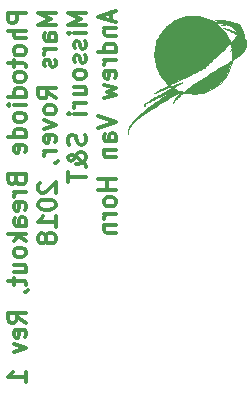
<source format=gbr>
G04 #@! TF.FileFunction,Legend,Bot*
%FSLAX46Y46*%
G04 Gerber Fmt 4.6, Leading zero omitted, Abs format (unit mm)*
G04 Created by KiCad (PCBNEW 4.0.7) date 03/27/18 18:56:06*
%MOMM*%
%LPD*%
G01*
G04 APERTURE LIST*
%ADD10C,0.100000*%
%ADD11C,0.300000*%
%ADD12C,0.010000*%
G04 APERTURE END LIST*
D10*
D11*
X121821571Y-27535143D02*
X120321571Y-27535143D01*
X120321571Y-28106571D01*
X120393000Y-28249429D01*
X120464429Y-28320857D01*
X120607286Y-28392286D01*
X120821571Y-28392286D01*
X120964429Y-28320857D01*
X121035857Y-28249429D01*
X121107286Y-28106571D01*
X121107286Y-27535143D01*
X121821571Y-29035143D02*
X120321571Y-29035143D01*
X121821571Y-29678000D02*
X121035857Y-29678000D01*
X120893000Y-29606571D01*
X120821571Y-29463714D01*
X120821571Y-29249429D01*
X120893000Y-29106571D01*
X120964429Y-29035143D01*
X121821571Y-30606572D02*
X121750143Y-30463714D01*
X121678714Y-30392286D01*
X121535857Y-30320857D01*
X121107286Y-30320857D01*
X120964429Y-30392286D01*
X120893000Y-30463714D01*
X120821571Y-30606572D01*
X120821571Y-30820857D01*
X120893000Y-30963714D01*
X120964429Y-31035143D01*
X121107286Y-31106572D01*
X121535857Y-31106572D01*
X121678714Y-31035143D01*
X121750143Y-30963714D01*
X121821571Y-30820857D01*
X121821571Y-30606572D01*
X120821571Y-31535143D02*
X120821571Y-32106572D01*
X120321571Y-31749429D02*
X121607286Y-31749429D01*
X121750143Y-31820857D01*
X121821571Y-31963715D01*
X121821571Y-32106572D01*
X121821571Y-32820858D02*
X121750143Y-32678000D01*
X121678714Y-32606572D01*
X121535857Y-32535143D01*
X121107286Y-32535143D01*
X120964429Y-32606572D01*
X120893000Y-32678000D01*
X120821571Y-32820858D01*
X120821571Y-33035143D01*
X120893000Y-33178000D01*
X120964429Y-33249429D01*
X121107286Y-33320858D01*
X121535857Y-33320858D01*
X121678714Y-33249429D01*
X121750143Y-33178000D01*
X121821571Y-33035143D01*
X121821571Y-32820858D01*
X121821571Y-34606572D02*
X120321571Y-34606572D01*
X121750143Y-34606572D02*
X121821571Y-34463715D01*
X121821571Y-34178001D01*
X121750143Y-34035143D01*
X121678714Y-33963715D01*
X121535857Y-33892286D01*
X121107286Y-33892286D01*
X120964429Y-33963715D01*
X120893000Y-34035143D01*
X120821571Y-34178001D01*
X120821571Y-34463715D01*
X120893000Y-34606572D01*
X121821571Y-35320858D02*
X120821571Y-35320858D01*
X120321571Y-35320858D02*
X120393000Y-35249429D01*
X120464429Y-35320858D01*
X120393000Y-35392286D01*
X120321571Y-35320858D01*
X120464429Y-35320858D01*
X121821571Y-36249430D02*
X121750143Y-36106572D01*
X121678714Y-36035144D01*
X121535857Y-35963715D01*
X121107286Y-35963715D01*
X120964429Y-36035144D01*
X120893000Y-36106572D01*
X120821571Y-36249430D01*
X120821571Y-36463715D01*
X120893000Y-36606572D01*
X120964429Y-36678001D01*
X121107286Y-36749430D01*
X121535857Y-36749430D01*
X121678714Y-36678001D01*
X121750143Y-36606572D01*
X121821571Y-36463715D01*
X121821571Y-36249430D01*
X121821571Y-38035144D02*
X120321571Y-38035144D01*
X121750143Y-38035144D02*
X121821571Y-37892287D01*
X121821571Y-37606573D01*
X121750143Y-37463715D01*
X121678714Y-37392287D01*
X121535857Y-37320858D01*
X121107286Y-37320858D01*
X120964429Y-37392287D01*
X120893000Y-37463715D01*
X120821571Y-37606573D01*
X120821571Y-37892287D01*
X120893000Y-38035144D01*
X121750143Y-39320858D02*
X121821571Y-39178001D01*
X121821571Y-38892287D01*
X121750143Y-38749430D01*
X121607286Y-38678001D01*
X121035857Y-38678001D01*
X120893000Y-38749430D01*
X120821571Y-38892287D01*
X120821571Y-39178001D01*
X120893000Y-39320858D01*
X121035857Y-39392287D01*
X121178714Y-39392287D01*
X121321571Y-38678001D01*
X121035857Y-41678001D02*
X121107286Y-41892287D01*
X121178714Y-41963715D01*
X121321571Y-42035144D01*
X121535857Y-42035144D01*
X121678714Y-41963715D01*
X121750143Y-41892287D01*
X121821571Y-41749429D01*
X121821571Y-41178001D01*
X120321571Y-41178001D01*
X120321571Y-41678001D01*
X120393000Y-41820858D01*
X120464429Y-41892287D01*
X120607286Y-41963715D01*
X120750143Y-41963715D01*
X120893000Y-41892287D01*
X120964429Y-41820858D01*
X121035857Y-41678001D01*
X121035857Y-41178001D01*
X121821571Y-42678001D02*
X120821571Y-42678001D01*
X121107286Y-42678001D02*
X120964429Y-42749429D01*
X120893000Y-42820858D01*
X120821571Y-42963715D01*
X120821571Y-43106572D01*
X121750143Y-44178000D02*
X121821571Y-44035143D01*
X121821571Y-43749429D01*
X121750143Y-43606572D01*
X121607286Y-43535143D01*
X121035857Y-43535143D01*
X120893000Y-43606572D01*
X120821571Y-43749429D01*
X120821571Y-44035143D01*
X120893000Y-44178000D01*
X121035857Y-44249429D01*
X121178714Y-44249429D01*
X121321571Y-43535143D01*
X121821571Y-45535143D02*
X121035857Y-45535143D01*
X120893000Y-45463714D01*
X120821571Y-45320857D01*
X120821571Y-45035143D01*
X120893000Y-44892286D01*
X121750143Y-45535143D02*
X121821571Y-45392286D01*
X121821571Y-45035143D01*
X121750143Y-44892286D01*
X121607286Y-44820857D01*
X121464429Y-44820857D01*
X121321571Y-44892286D01*
X121250143Y-45035143D01*
X121250143Y-45392286D01*
X121178714Y-45535143D01*
X121821571Y-46249429D02*
X120321571Y-46249429D01*
X121250143Y-46392286D02*
X121821571Y-46820857D01*
X120821571Y-46820857D02*
X121393000Y-46249429D01*
X121821571Y-47678001D02*
X121750143Y-47535143D01*
X121678714Y-47463715D01*
X121535857Y-47392286D01*
X121107286Y-47392286D01*
X120964429Y-47463715D01*
X120893000Y-47535143D01*
X120821571Y-47678001D01*
X120821571Y-47892286D01*
X120893000Y-48035143D01*
X120964429Y-48106572D01*
X121107286Y-48178001D01*
X121535857Y-48178001D01*
X121678714Y-48106572D01*
X121750143Y-48035143D01*
X121821571Y-47892286D01*
X121821571Y-47678001D01*
X120821571Y-49463715D02*
X121821571Y-49463715D01*
X120821571Y-48820858D02*
X121607286Y-48820858D01*
X121750143Y-48892286D01*
X121821571Y-49035144D01*
X121821571Y-49249429D01*
X121750143Y-49392286D01*
X121678714Y-49463715D01*
X120821571Y-49963715D02*
X120821571Y-50535144D01*
X120321571Y-50178001D02*
X121607286Y-50178001D01*
X121750143Y-50249429D01*
X121821571Y-50392287D01*
X121821571Y-50535144D01*
X121750143Y-51106572D02*
X121821571Y-51106572D01*
X121964429Y-51035144D01*
X122035857Y-50963715D01*
X121821571Y-53749430D02*
X121107286Y-53249430D01*
X121821571Y-52892287D02*
X120321571Y-52892287D01*
X120321571Y-53463715D01*
X120393000Y-53606573D01*
X120464429Y-53678001D01*
X120607286Y-53749430D01*
X120821571Y-53749430D01*
X120964429Y-53678001D01*
X121035857Y-53606573D01*
X121107286Y-53463715D01*
X121107286Y-52892287D01*
X121750143Y-54963715D02*
X121821571Y-54820858D01*
X121821571Y-54535144D01*
X121750143Y-54392287D01*
X121607286Y-54320858D01*
X121035857Y-54320858D01*
X120893000Y-54392287D01*
X120821571Y-54535144D01*
X120821571Y-54820858D01*
X120893000Y-54963715D01*
X121035857Y-55035144D01*
X121178714Y-55035144D01*
X121321571Y-54320858D01*
X120821571Y-55535144D02*
X121821571Y-55892287D01*
X120821571Y-56249429D01*
X121821571Y-58749429D02*
X121821571Y-57892286D01*
X121821571Y-58320858D02*
X120321571Y-58320858D01*
X120535857Y-58178001D01*
X120678714Y-58035143D01*
X120750143Y-57892286D01*
X124371571Y-27535143D02*
X122871571Y-27535143D01*
X123943000Y-28035143D01*
X122871571Y-28535143D01*
X124371571Y-28535143D01*
X124371571Y-29892286D02*
X123585857Y-29892286D01*
X123443000Y-29820857D01*
X123371571Y-29678000D01*
X123371571Y-29392286D01*
X123443000Y-29249429D01*
X124300143Y-29892286D02*
X124371571Y-29749429D01*
X124371571Y-29392286D01*
X124300143Y-29249429D01*
X124157286Y-29178000D01*
X124014429Y-29178000D01*
X123871571Y-29249429D01*
X123800143Y-29392286D01*
X123800143Y-29749429D01*
X123728714Y-29892286D01*
X124371571Y-30606572D02*
X123371571Y-30606572D01*
X123657286Y-30606572D02*
X123514429Y-30678000D01*
X123443000Y-30749429D01*
X123371571Y-30892286D01*
X123371571Y-31035143D01*
X124300143Y-31463714D02*
X124371571Y-31606571D01*
X124371571Y-31892286D01*
X124300143Y-32035143D01*
X124157286Y-32106571D01*
X124085857Y-32106571D01*
X123943000Y-32035143D01*
X123871571Y-31892286D01*
X123871571Y-31678000D01*
X123800143Y-31535143D01*
X123657286Y-31463714D01*
X123585857Y-31463714D01*
X123443000Y-31535143D01*
X123371571Y-31678000D01*
X123371571Y-31892286D01*
X123443000Y-32035143D01*
X124371571Y-34749429D02*
X123657286Y-34249429D01*
X124371571Y-33892286D02*
X122871571Y-33892286D01*
X122871571Y-34463714D01*
X122943000Y-34606572D01*
X123014429Y-34678000D01*
X123157286Y-34749429D01*
X123371571Y-34749429D01*
X123514429Y-34678000D01*
X123585857Y-34606572D01*
X123657286Y-34463714D01*
X123657286Y-33892286D01*
X124371571Y-35606572D02*
X124300143Y-35463714D01*
X124228714Y-35392286D01*
X124085857Y-35320857D01*
X123657286Y-35320857D01*
X123514429Y-35392286D01*
X123443000Y-35463714D01*
X123371571Y-35606572D01*
X123371571Y-35820857D01*
X123443000Y-35963714D01*
X123514429Y-36035143D01*
X123657286Y-36106572D01*
X124085857Y-36106572D01*
X124228714Y-36035143D01*
X124300143Y-35963714D01*
X124371571Y-35820857D01*
X124371571Y-35606572D01*
X123371571Y-36606572D02*
X124371571Y-36963715D01*
X123371571Y-37320857D01*
X124300143Y-38463714D02*
X124371571Y-38320857D01*
X124371571Y-38035143D01*
X124300143Y-37892286D01*
X124157286Y-37820857D01*
X123585857Y-37820857D01*
X123443000Y-37892286D01*
X123371571Y-38035143D01*
X123371571Y-38320857D01*
X123443000Y-38463714D01*
X123585857Y-38535143D01*
X123728714Y-38535143D01*
X123871571Y-37820857D01*
X124371571Y-39178000D02*
X123371571Y-39178000D01*
X123657286Y-39178000D02*
X123514429Y-39249428D01*
X123443000Y-39320857D01*
X123371571Y-39463714D01*
X123371571Y-39606571D01*
X124300143Y-40177999D02*
X124371571Y-40177999D01*
X124514429Y-40106571D01*
X124585857Y-40035142D01*
X123014429Y-41892285D02*
X122943000Y-41963714D01*
X122871571Y-42106571D01*
X122871571Y-42463714D01*
X122943000Y-42606571D01*
X123014429Y-42678000D01*
X123157286Y-42749428D01*
X123300143Y-42749428D01*
X123514429Y-42678000D01*
X124371571Y-41820857D01*
X124371571Y-42749428D01*
X122871571Y-43677999D02*
X122871571Y-43820856D01*
X122943000Y-43963713D01*
X123014429Y-44035142D01*
X123157286Y-44106571D01*
X123443000Y-44177999D01*
X123800143Y-44177999D01*
X124085857Y-44106571D01*
X124228714Y-44035142D01*
X124300143Y-43963713D01*
X124371571Y-43820856D01*
X124371571Y-43677999D01*
X124300143Y-43535142D01*
X124228714Y-43463713D01*
X124085857Y-43392285D01*
X123800143Y-43320856D01*
X123443000Y-43320856D01*
X123157286Y-43392285D01*
X123014429Y-43463713D01*
X122943000Y-43535142D01*
X122871571Y-43677999D01*
X124371571Y-45606570D02*
X124371571Y-44749427D01*
X124371571Y-45177999D02*
X122871571Y-45177999D01*
X123085857Y-45035142D01*
X123228714Y-44892284D01*
X123300143Y-44749427D01*
X123514429Y-46463713D02*
X123443000Y-46320855D01*
X123371571Y-46249427D01*
X123228714Y-46177998D01*
X123157286Y-46177998D01*
X123014429Y-46249427D01*
X122943000Y-46320855D01*
X122871571Y-46463713D01*
X122871571Y-46749427D01*
X122943000Y-46892284D01*
X123014429Y-46963713D01*
X123157286Y-47035141D01*
X123228714Y-47035141D01*
X123371571Y-46963713D01*
X123443000Y-46892284D01*
X123514429Y-46749427D01*
X123514429Y-46463713D01*
X123585857Y-46320855D01*
X123657286Y-46249427D01*
X123800143Y-46177998D01*
X124085857Y-46177998D01*
X124228714Y-46249427D01*
X124300143Y-46320855D01*
X124371571Y-46463713D01*
X124371571Y-46749427D01*
X124300143Y-46892284D01*
X124228714Y-46963713D01*
X124085857Y-47035141D01*
X123800143Y-47035141D01*
X123657286Y-46963713D01*
X123585857Y-46892284D01*
X123514429Y-46749427D01*
X126921571Y-27535143D02*
X125421571Y-27535143D01*
X126493000Y-28035143D01*
X125421571Y-28535143D01*
X126921571Y-28535143D01*
X126921571Y-29249429D02*
X125921571Y-29249429D01*
X125421571Y-29249429D02*
X125493000Y-29178000D01*
X125564429Y-29249429D01*
X125493000Y-29320857D01*
X125421571Y-29249429D01*
X125564429Y-29249429D01*
X126850143Y-29892286D02*
X126921571Y-30035143D01*
X126921571Y-30320858D01*
X126850143Y-30463715D01*
X126707286Y-30535143D01*
X126635857Y-30535143D01*
X126493000Y-30463715D01*
X126421571Y-30320858D01*
X126421571Y-30106572D01*
X126350143Y-29963715D01*
X126207286Y-29892286D01*
X126135857Y-29892286D01*
X125993000Y-29963715D01*
X125921571Y-30106572D01*
X125921571Y-30320858D01*
X125993000Y-30463715D01*
X126850143Y-31106572D02*
X126921571Y-31249429D01*
X126921571Y-31535144D01*
X126850143Y-31678001D01*
X126707286Y-31749429D01*
X126635857Y-31749429D01*
X126493000Y-31678001D01*
X126421571Y-31535144D01*
X126421571Y-31320858D01*
X126350143Y-31178001D01*
X126207286Y-31106572D01*
X126135857Y-31106572D01*
X125993000Y-31178001D01*
X125921571Y-31320858D01*
X125921571Y-31535144D01*
X125993000Y-31678001D01*
X126921571Y-32606573D02*
X126850143Y-32463715D01*
X126778714Y-32392287D01*
X126635857Y-32320858D01*
X126207286Y-32320858D01*
X126064429Y-32392287D01*
X125993000Y-32463715D01*
X125921571Y-32606573D01*
X125921571Y-32820858D01*
X125993000Y-32963715D01*
X126064429Y-33035144D01*
X126207286Y-33106573D01*
X126635857Y-33106573D01*
X126778714Y-33035144D01*
X126850143Y-32963715D01*
X126921571Y-32820858D01*
X126921571Y-32606573D01*
X125921571Y-34392287D02*
X126921571Y-34392287D01*
X125921571Y-33749430D02*
X126707286Y-33749430D01*
X126850143Y-33820858D01*
X126921571Y-33963716D01*
X126921571Y-34178001D01*
X126850143Y-34320858D01*
X126778714Y-34392287D01*
X126921571Y-35106573D02*
X125921571Y-35106573D01*
X126207286Y-35106573D02*
X126064429Y-35178001D01*
X125993000Y-35249430D01*
X125921571Y-35392287D01*
X125921571Y-35535144D01*
X126921571Y-36035144D02*
X125921571Y-36035144D01*
X125421571Y-36035144D02*
X125493000Y-35963715D01*
X125564429Y-36035144D01*
X125493000Y-36106572D01*
X125421571Y-36035144D01*
X125564429Y-36035144D01*
X126850143Y-37820858D02*
X126921571Y-38035144D01*
X126921571Y-38392287D01*
X126850143Y-38535144D01*
X126778714Y-38606573D01*
X126635857Y-38678001D01*
X126493000Y-38678001D01*
X126350143Y-38606573D01*
X126278714Y-38535144D01*
X126207286Y-38392287D01*
X126135857Y-38106573D01*
X126064429Y-37963715D01*
X125993000Y-37892287D01*
X125850143Y-37820858D01*
X125707286Y-37820858D01*
X125564429Y-37892287D01*
X125493000Y-37963715D01*
X125421571Y-38106573D01*
X125421571Y-38463715D01*
X125493000Y-38678001D01*
X126921571Y-40535144D02*
X126921571Y-40463715D01*
X126850143Y-40320858D01*
X126635857Y-40106572D01*
X126207286Y-39749429D01*
X125993000Y-39606572D01*
X125778714Y-39535144D01*
X125635857Y-39535144D01*
X125493000Y-39606572D01*
X125421571Y-39749429D01*
X125421571Y-39820858D01*
X125493000Y-39963715D01*
X125635857Y-40035144D01*
X125707286Y-40035144D01*
X125850143Y-39963715D01*
X125921571Y-39892286D01*
X126207286Y-39463715D01*
X126278714Y-39392286D01*
X126421571Y-39320858D01*
X126635857Y-39320858D01*
X126778714Y-39392286D01*
X126850143Y-39463715D01*
X126921571Y-39606572D01*
X126921571Y-39820858D01*
X126850143Y-39963715D01*
X126778714Y-40035144D01*
X126493000Y-40249429D01*
X126278714Y-40320858D01*
X126135857Y-40320858D01*
X125421571Y-40963715D02*
X125421571Y-41820858D01*
X126921571Y-41392287D02*
X125421571Y-41392287D01*
X129043000Y-27463714D02*
X129043000Y-28178000D01*
X129471571Y-27320857D02*
X127971571Y-27820857D01*
X129471571Y-28320857D01*
X128471571Y-28820857D02*
X129471571Y-28820857D01*
X128614429Y-28820857D02*
X128543000Y-28892285D01*
X128471571Y-29035143D01*
X128471571Y-29249428D01*
X128543000Y-29392285D01*
X128685857Y-29463714D01*
X129471571Y-29463714D01*
X129471571Y-30820857D02*
X127971571Y-30820857D01*
X129400143Y-30820857D02*
X129471571Y-30678000D01*
X129471571Y-30392286D01*
X129400143Y-30249428D01*
X129328714Y-30178000D01*
X129185857Y-30106571D01*
X128757286Y-30106571D01*
X128614429Y-30178000D01*
X128543000Y-30249428D01*
X128471571Y-30392286D01*
X128471571Y-30678000D01*
X128543000Y-30820857D01*
X129471571Y-31535143D02*
X128471571Y-31535143D01*
X128757286Y-31535143D02*
X128614429Y-31606571D01*
X128543000Y-31678000D01*
X128471571Y-31820857D01*
X128471571Y-31963714D01*
X129400143Y-33035142D02*
X129471571Y-32892285D01*
X129471571Y-32606571D01*
X129400143Y-32463714D01*
X129257286Y-32392285D01*
X128685857Y-32392285D01*
X128543000Y-32463714D01*
X128471571Y-32606571D01*
X128471571Y-32892285D01*
X128543000Y-33035142D01*
X128685857Y-33106571D01*
X128828714Y-33106571D01*
X128971571Y-32392285D01*
X128471571Y-33606571D02*
X129471571Y-33892285D01*
X128757286Y-34177999D01*
X129471571Y-34463714D01*
X128471571Y-34749428D01*
X127971571Y-36249428D02*
X129471571Y-36749428D01*
X127971571Y-37249428D01*
X129471571Y-38392285D02*
X128685857Y-38392285D01*
X128543000Y-38320856D01*
X128471571Y-38177999D01*
X128471571Y-37892285D01*
X128543000Y-37749428D01*
X129400143Y-38392285D02*
X129471571Y-38249428D01*
X129471571Y-37892285D01*
X129400143Y-37749428D01*
X129257286Y-37677999D01*
X129114429Y-37677999D01*
X128971571Y-37749428D01*
X128900143Y-37892285D01*
X128900143Y-38249428D01*
X128828714Y-38392285D01*
X128471571Y-39106571D02*
X129471571Y-39106571D01*
X128614429Y-39106571D02*
X128543000Y-39177999D01*
X128471571Y-39320857D01*
X128471571Y-39535142D01*
X128543000Y-39677999D01*
X128685857Y-39749428D01*
X129471571Y-39749428D01*
X129471571Y-41606571D02*
X127971571Y-41606571D01*
X128685857Y-41606571D02*
X128685857Y-42463714D01*
X129471571Y-42463714D02*
X127971571Y-42463714D01*
X129471571Y-43392286D02*
X129400143Y-43249428D01*
X129328714Y-43178000D01*
X129185857Y-43106571D01*
X128757286Y-43106571D01*
X128614429Y-43178000D01*
X128543000Y-43249428D01*
X128471571Y-43392286D01*
X128471571Y-43606571D01*
X128543000Y-43749428D01*
X128614429Y-43820857D01*
X128757286Y-43892286D01*
X129185857Y-43892286D01*
X129328714Y-43820857D01*
X129400143Y-43749428D01*
X129471571Y-43606571D01*
X129471571Y-43392286D01*
X129471571Y-44535143D02*
X128471571Y-44535143D01*
X128757286Y-44535143D02*
X128614429Y-44606571D01*
X128543000Y-44678000D01*
X128471571Y-44820857D01*
X128471571Y-44963714D01*
X128471571Y-45463714D02*
X129471571Y-45463714D01*
X128614429Y-45463714D02*
X128543000Y-45535142D01*
X128471571Y-45678000D01*
X128471571Y-45892285D01*
X128543000Y-46035142D01*
X128685857Y-46106571D01*
X129471571Y-46106571D01*
D12*
G36*
X132734025Y-34330354D02*
X132746126Y-34325097D01*
X132771867Y-34308000D01*
X132785756Y-34298190D01*
X132812842Y-34279840D01*
X132842573Y-34261861D01*
X132877325Y-34243125D01*
X132919477Y-34222503D01*
X132971406Y-34198868D01*
X133035489Y-34171091D01*
X133114105Y-34138043D01*
X133185244Y-34108622D01*
X133246670Y-34083600D01*
X133323444Y-34052740D01*
X133412161Y-34017379D01*
X133509415Y-33978855D01*
X133611801Y-33938506D01*
X133715915Y-33897670D01*
X133818352Y-33857686D01*
X133915706Y-33819891D01*
X134004572Y-33785623D01*
X134081545Y-33756220D01*
X134096988Y-33750369D01*
X134125648Y-33739532D01*
X134048539Y-33683220D01*
X134016301Y-33658322D01*
X133992500Y-33637298D01*
X133980255Y-33623057D01*
X133979721Y-33619006D01*
X133989970Y-33613388D01*
X134016788Y-33599808D01*
X134058649Y-33579013D01*
X134114028Y-33551749D01*
X134181401Y-33518761D01*
X134259243Y-33480796D01*
X134346029Y-33438599D01*
X134440233Y-33392917D01*
X134540332Y-33344495D01*
X134580344Y-33325172D01*
X134810675Y-33213921D01*
X135024119Y-33110687D01*
X135221925Y-33014860D01*
X135405337Y-32925831D01*
X135575603Y-32842990D01*
X135733968Y-32765727D01*
X135881678Y-32693434D01*
X136019980Y-32625500D01*
X136150120Y-32561316D01*
X136273344Y-32500273D01*
X136390899Y-32441761D01*
X136504030Y-32385170D01*
X136568170Y-32352958D01*
X136655492Y-32309299D01*
X136730559Y-32272018D01*
X136795093Y-32239790D01*
X136850820Y-32211287D01*
X136899462Y-32185185D01*
X136942744Y-32160158D01*
X136982388Y-32134879D01*
X137020118Y-32108022D01*
X137057659Y-32078263D01*
X137096733Y-32044274D01*
X137139065Y-32004730D01*
X137186378Y-31958305D01*
X137240396Y-31903674D01*
X137302842Y-31839510D01*
X137375440Y-31764487D01*
X137459913Y-31677280D01*
X137499491Y-31636554D01*
X137571369Y-31563095D01*
X137642443Y-31491228D01*
X137710806Y-31422826D01*
X137774553Y-31359766D01*
X137831777Y-31303923D01*
X137880572Y-31257171D01*
X137919031Y-31221386D01*
X137942693Y-31200557D01*
X138009302Y-31143906D01*
X138088063Y-31075212D01*
X138176789Y-30996482D01*
X138273292Y-30909725D01*
X138375383Y-30816952D01*
X138480873Y-30720170D01*
X138587576Y-30621390D01*
X138693303Y-30522620D01*
X138795865Y-30425869D01*
X138893074Y-30333146D01*
X138982743Y-30246461D01*
X138997276Y-30232277D01*
X139046495Y-30184303D01*
X139090708Y-30141468D01*
X139127984Y-30105624D01*
X139156390Y-30078621D01*
X139173992Y-30062311D01*
X139179010Y-30058216D01*
X139183406Y-30070556D01*
X139191450Y-30098514D01*
X139202143Y-30138177D01*
X139214487Y-30185627D01*
X139227484Y-30236951D01*
X139240137Y-30288232D01*
X139251446Y-30335556D01*
X139260415Y-30375007D01*
X139263646Y-30390248D01*
X139275804Y-30454725D01*
X139282207Y-30501584D01*
X139282973Y-30532406D01*
X139278219Y-30548773D01*
X139275583Y-30551197D01*
X139266119Y-30560789D01*
X139247312Y-30582492D01*
X139222264Y-30612665D01*
X139204490Y-30634616D01*
X139141677Y-30712917D01*
X139291133Y-30554457D01*
X139297227Y-30588509D01*
X139305957Y-30648866D01*
X139313029Y-30721208D01*
X139318462Y-30802794D01*
X139322277Y-30890882D01*
X139324494Y-30982733D01*
X139325133Y-31075604D01*
X139324214Y-31166756D01*
X139321757Y-31253446D01*
X139317782Y-31332934D01*
X139312310Y-31402479D01*
X139305359Y-31459339D01*
X139296951Y-31500774D01*
X139290418Y-31518727D01*
X139278573Y-31530207D01*
X139251044Y-31550525D01*
X139209607Y-31578600D01*
X139156034Y-31613347D01*
X139092098Y-31653685D01*
X139019575Y-31698531D01*
X138940236Y-31746802D01*
X138855857Y-31797416D01*
X138768210Y-31849290D01*
X138679069Y-31901340D01*
X138590208Y-31952486D01*
X138503401Y-32001643D01*
X138455601Y-32028313D01*
X138380587Y-32070634D01*
X138302270Y-32116086D01*
X138225062Y-32162021D01*
X138153374Y-32205788D01*
X138091618Y-32244738D01*
X138054020Y-32269502D01*
X137997446Y-32306553D01*
X137928712Y-32349582D01*
X137853417Y-32395202D01*
X137777161Y-32440025D01*
X137705546Y-32480663D01*
X137698199Y-32484729D01*
X137610052Y-32534622D01*
X137528585Y-32583686D01*
X137448318Y-32635448D01*
X137363778Y-32693438D01*
X137271519Y-32759701D01*
X137073263Y-32901597D01*
X136877387Y-33035685D01*
X136679061Y-33165082D01*
X136473452Y-33292904D01*
X136255732Y-33422269D01*
X136151530Y-33482383D01*
X136089546Y-33518454D01*
X136036042Y-33551279D01*
X135986826Y-33583815D01*
X135937706Y-33619021D01*
X135884488Y-33659857D01*
X135822981Y-33709280D01*
X135780068Y-33744523D01*
X135721066Y-33793164D01*
X135662214Y-33841546D01*
X135606860Y-33886927D01*
X135558355Y-33926562D01*
X135520046Y-33957709D01*
X135503981Y-33970674D01*
X135465543Y-34001876D01*
X135417481Y-34041381D01*
X135365473Y-34084496D01*
X135315201Y-34126528D01*
X135306940Y-34133477D01*
X135265501Y-34167700D01*
X135228815Y-34196739D01*
X135199870Y-34218326D01*
X135181651Y-34230192D01*
X135177508Y-34231771D01*
X135162432Y-34229093D01*
X135135033Y-34222201D01*
X135101213Y-34212810D01*
X135066871Y-34202635D01*
X135037911Y-34193392D01*
X135020231Y-34186794D01*
X135017690Y-34185329D01*
X135021755Y-34176563D01*
X135036674Y-34157725D01*
X135057848Y-34134364D01*
X135078726Y-34111194D01*
X135085645Y-34100348D01*
X135078214Y-34102451D01*
X135077301Y-34103004D01*
X135052895Y-34117041D01*
X135020840Y-34134309D01*
X135007666Y-34141121D01*
X134981914Y-34154822D01*
X134971914Y-34163224D01*
X134975376Y-34169840D01*
X134985170Y-34175604D01*
X134993384Y-34181007D01*
X134996199Y-34187831D01*
X134992001Y-34198657D01*
X134979177Y-34216065D01*
X134956111Y-34242635D01*
X134921192Y-34280950D01*
X134915271Y-34287391D01*
X134811673Y-34401022D01*
X134721322Y-34502253D01*
X134642970Y-34592579D01*
X134575370Y-34673496D01*
X134517275Y-34746500D01*
X134467437Y-34813087D01*
X134424609Y-34874751D01*
X134421577Y-34879321D01*
X134370970Y-34961052D01*
X134334945Y-35030989D01*
X134313626Y-35088784D01*
X134307137Y-35134090D01*
X134315601Y-35166559D01*
X134318296Y-35170467D01*
X134327683Y-35181184D01*
X134332267Y-35179189D01*
X134333836Y-35161573D01*
X134334057Y-35144824D01*
X134340695Y-35100065D01*
X134361938Y-35055657D01*
X134363182Y-35053679D01*
X134388027Y-35018515D01*
X134423953Y-34972972D01*
X134467724Y-34920749D01*
X134516107Y-34865548D01*
X134565865Y-34811067D01*
X134613764Y-34761009D01*
X134651646Y-34723708D01*
X134684668Y-34692729D01*
X134727004Y-34653486D01*
X134776385Y-34608037D01*
X134830541Y-34558444D01*
X134887203Y-34506765D01*
X134944101Y-34455062D01*
X134998966Y-34405394D01*
X135049528Y-34359821D01*
X135093518Y-34320403D01*
X135128666Y-34289200D01*
X135152702Y-34268272D01*
X135160970Y-34261407D01*
X135189101Y-34239279D01*
X135311403Y-34266433D01*
X135417631Y-34288739D01*
X135514850Y-34306083D01*
X135608735Y-34319121D01*
X135704962Y-34328510D01*
X135809207Y-34334907D01*
X135927146Y-34338967D01*
X135941675Y-34339309D01*
X136104888Y-34340568D01*
X136253876Y-34336193D01*
X136393830Y-34325664D01*
X136529942Y-34308461D01*
X136667404Y-34284064D01*
X136810041Y-34252284D01*
X137054762Y-34182789D01*
X137292227Y-34094933D01*
X137521470Y-33989423D01*
X137741526Y-33866968D01*
X137951433Y-33728273D01*
X138150224Y-33574045D01*
X138336935Y-33404992D01*
X138510601Y-33221821D01*
X138670259Y-33025239D01*
X138814943Y-32815953D01*
X138852801Y-32754905D01*
X138968464Y-32546556D01*
X139069640Y-32328609D01*
X139155073Y-32104404D01*
X139223505Y-31877279D01*
X139273676Y-31650575D01*
X139277905Y-31626514D01*
X139288648Y-31573739D01*
X139299727Y-31539687D01*
X139311210Y-31523262D01*
X139324197Y-31514155D01*
X139351248Y-31495393D01*
X139389878Y-31468693D01*
X139437602Y-31435771D01*
X139491934Y-31398344D01*
X139534850Y-31368813D01*
X139691266Y-31258638D01*
X139830379Y-31154994D01*
X139953447Y-31056751D01*
X140061726Y-30962779D01*
X140156474Y-30871947D01*
X140238947Y-30783125D01*
X140310404Y-30695182D01*
X140357730Y-30628812D01*
X140393445Y-30570318D01*
X140428842Y-30502978D01*
X140460965Y-30433181D01*
X140486856Y-30367315D01*
X140502591Y-30315843D01*
X140517208Y-30233512D01*
X140523709Y-30144421D01*
X140521792Y-30057323D01*
X140513657Y-29993152D01*
X140480910Y-29874179D01*
X140428740Y-29760155D01*
X140357223Y-29651234D01*
X140326949Y-29613530D01*
X140304286Y-29584427D01*
X140292522Y-29560738D01*
X140288231Y-29533805D01*
X140287815Y-29514662D01*
X140279929Y-29380121D01*
X140257158Y-29243604D01*
X140248346Y-29211137D01*
X140248346Y-29953084D01*
X140257064Y-29966983D01*
X140261139Y-29980032D01*
X140263330Y-29999074D01*
X140264403Y-30032010D01*
X140264200Y-30072677D01*
X140263867Y-30085447D01*
X140259639Y-30144011D01*
X140249911Y-30192335D01*
X140235401Y-30233819D01*
X140204416Y-30301682D01*
X140168932Y-30362414D01*
X140125231Y-30421431D01*
X140069593Y-30484146D01*
X140048172Y-30506380D01*
X140015486Y-30539191D01*
X139990051Y-30563578D01*
X139973852Y-30577736D01*
X139968874Y-30579856D01*
X139970173Y-30577384D01*
X140034621Y-30473616D01*
X140086015Y-30383955D01*
X140124793Y-30307637D01*
X140126489Y-30303984D01*
X140149581Y-30250107D01*
X140173180Y-30188402D01*
X140195408Y-30124451D01*
X140214389Y-30063835D01*
X140228245Y-30012136D01*
X140233782Y-29984927D01*
X140240379Y-29959102D01*
X140248346Y-29953084D01*
X140248346Y-29211137D01*
X140220825Y-29109737D01*
X140172258Y-28983144D01*
X140112782Y-28868453D01*
X140094001Y-28838563D01*
X140073886Y-28803991D01*
X140058252Y-28770010D01*
X140051995Y-28750190D01*
X140044229Y-28724049D01*
X140030201Y-28687308D01*
X140012733Y-28647274D01*
X140009989Y-28641435D01*
X139960914Y-28561123D01*
X139960792Y-28560993D01*
X139960792Y-29538669D01*
X139968751Y-29541999D01*
X139979513Y-29551384D01*
X139981871Y-29553598D01*
X139994256Y-29566158D01*
X140001914Y-29578640D01*
X140004960Y-29594927D01*
X140003512Y-29618900D01*
X139997688Y-29654443D01*
X139987604Y-29705438D01*
X139986603Y-29710370D01*
X139977455Y-29751396D01*
X139965687Y-29798398D01*
X139952374Y-29847741D01*
X139938590Y-29895793D01*
X139925410Y-29938919D01*
X139913909Y-29973485D01*
X139905161Y-29995859D01*
X139900241Y-30002406D01*
X139900234Y-30002398D01*
X139900192Y-29991540D01*
X139903240Y-29965731D01*
X139908770Y-29929757D01*
X139911392Y-29914435D01*
X139918056Y-29870636D01*
X139925162Y-29814173D01*
X139931848Y-29752417D01*
X139937133Y-29694253D01*
X139942179Y-29632417D01*
X139946329Y-29588267D01*
X139950320Y-29559477D01*
X139954895Y-29543719D01*
X139960792Y-29538669D01*
X139960792Y-28560993D01*
X139895567Y-28491487D01*
X139815088Y-28433197D01*
X139720614Y-28386928D01*
X139613284Y-28353349D01*
X139494236Y-28333134D01*
X139486307Y-28332317D01*
X139443136Y-28325253D01*
X139391945Y-28312847D01*
X139343170Y-28297660D01*
X139339079Y-28296179D01*
X139218128Y-28256882D01*
X139198526Y-28251826D01*
X139198526Y-28447464D01*
X139270336Y-28451844D01*
X139314065Y-28456281D01*
X139349917Y-28465317D01*
X139387429Y-28481842D01*
X139410889Y-28494426D01*
X139549070Y-28579855D01*
X139669106Y-28672609D01*
X139771786Y-28773325D01*
X139807741Y-28815447D01*
X139856540Y-28875684D01*
X139850318Y-28940941D01*
X139846561Y-28974933D01*
X139842824Y-29000013D01*
X139840065Y-29010381D01*
X139837362Y-29012532D01*
X139833798Y-29010616D01*
X139827137Y-29001476D01*
X139815146Y-28981958D01*
X139795588Y-28948903D01*
X139790897Y-28940941D01*
X139716962Y-28831216D01*
X139630508Y-28732691D01*
X139529746Y-28643763D01*
X139412886Y-28562828D01*
X139296142Y-28497366D01*
X139198526Y-28447464D01*
X139198526Y-28251826D01*
X139079671Y-28221168D01*
X138926038Y-28189519D01*
X138759562Y-28162418D01*
X138591135Y-28141271D01*
X138538569Y-28136658D01*
X138474612Y-28132788D01*
X138402310Y-28129681D01*
X138324708Y-28127360D01*
X138244852Y-28125845D01*
X138165788Y-28125158D01*
X138090562Y-28125320D01*
X138022219Y-28126352D01*
X137963806Y-28128276D01*
X137918367Y-28131113D01*
X137888949Y-28134885D01*
X137883348Y-28136314D01*
X137868161Y-28141848D01*
X137867391Y-28144923D01*
X137883069Y-28146402D01*
X137908447Y-28147013D01*
X137988211Y-28150272D01*
X138082932Y-28157297D01*
X138187968Y-28167494D01*
X138298675Y-28180270D01*
X138410411Y-28195030D01*
X138518534Y-28211181D01*
X138618399Y-28228129D01*
X138705365Y-28245281D01*
X138741886Y-28253585D01*
X138803030Y-28268925D01*
X138863333Y-28285183D01*
X138919813Y-28301431D01*
X138969483Y-28316742D01*
X139009360Y-28330185D01*
X139036459Y-28340833D01*
X139047795Y-28347756D01*
X139047829Y-28348778D01*
X139031577Y-28357999D01*
X138999652Y-28362609D01*
X138955920Y-28362614D01*
X138904250Y-28358021D01*
X138848507Y-28348838D01*
X138846326Y-28348392D01*
X138771500Y-28333849D01*
X138699880Y-28322032D01*
X138628058Y-28312660D01*
X138552627Y-28305455D01*
X138470177Y-28300137D01*
X138377301Y-28296426D01*
X138270588Y-28294042D01*
X138169475Y-28292875D01*
X137973956Y-28291310D01*
X137973956Y-28349100D01*
X138012967Y-28350065D01*
X138061540Y-28352056D01*
X138116191Y-28354900D01*
X138173434Y-28358423D01*
X138229784Y-28362448D01*
X138281755Y-28366802D01*
X138310028Y-28369567D01*
X138357152Y-28375144D01*
X138411187Y-28382554D01*
X138468193Y-28391138D01*
X138524228Y-28400237D01*
X138575349Y-28409191D01*
X138617616Y-28417341D01*
X138647086Y-28424029D01*
X138658820Y-28427894D01*
X138654742Y-28433315D01*
X138634633Y-28443257D01*
X138601660Y-28456364D01*
X138558990Y-28471276D01*
X138553405Y-28473110D01*
X138486050Y-28495697D01*
X138429489Y-28515895D01*
X138385646Y-28532941D01*
X138356443Y-28546070D01*
X138343805Y-28554519D01*
X138343786Y-28556386D01*
X138354656Y-28556048D01*
X138381247Y-28552049D01*
X138419672Y-28545051D01*
X138466042Y-28535717D01*
X138470514Y-28534777D01*
X138533810Y-28521958D01*
X138605433Y-28508305D01*
X138674785Y-28495804D01*
X138712791Y-28489372D01*
X138832591Y-28469827D01*
X138920183Y-28500335D01*
X138987352Y-28525863D01*
X139061006Y-28557430D01*
X139135616Y-28592376D01*
X139205649Y-28628045D01*
X139265572Y-28661777D01*
X139295304Y-28680609D01*
X139358710Y-28728483D01*
X139424028Y-28786581D01*
X139484937Y-28848813D01*
X139535117Y-28909094D01*
X139541224Y-28917446D01*
X139561204Y-28947831D01*
X139583218Y-28985249D01*
X139605237Y-29025690D01*
X139625235Y-29065144D01*
X139641183Y-29099603D01*
X139651054Y-29125055D01*
X139652821Y-29137493D01*
X139652626Y-29137737D01*
X139642188Y-29135889D01*
X139618359Y-29127208D01*
X139585890Y-29113460D01*
X139579103Y-29110405D01*
X139510892Y-29080765D01*
X139429243Y-29047422D01*
X139339917Y-29012559D01*
X139248672Y-28978359D01*
X139161268Y-28947006D01*
X139083465Y-28920680D01*
X139052953Y-28911005D01*
X138997029Y-28894274D01*
X138933822Y-28876222D01*
X138866489Y-28857662D01*
X138798185Y-28839406D01*
X138732066Y-28822266D01*
X138671286Y-28807055D01*
X138619002Y-28794585D01*
X138578370Y-28785669D01*
X138552544Y-28781118D01*
X138546821Y-28780705D01*
X138550668Y-28784366D01*
X138571189Y-28794576D01*
X138606399Y-28810474D01*
X138654311Y-28831196D01*
X138712941Y-28855879D01*
X138780301Y-28883659D01*
X138832083Y-28904688D01*
X138940436Y-28948776D01*
X139033463Y-28987540D01*
X139114671Y-29022616D01*
X139187567Y-29055643D01*
X139255659Y-29088257D01*
X139322454Y-29122096D01*
X139391459Y-29158797D01*
X139466181Y-29199999D01*
X139474140Y-29204450D01*
X139545135Y-29244493D01*
X139600301Y-29276433D01*
X139641534Y-29301597D01*
X139670731Y-29321313D01*
X139689788Y-29336908D01*
X139700604Y-29349710D01*
X139705074Y-29361047D01*
X139705522Y-29366397D01*
X139700174Y-29384593D01*
X139685741Y-29414575D01*
X139664636Y-29451669D01*
X139647063Y-29479551D01*
X139618906Y-29520474D01*
X139582100Y-29571156D01*
X139540858Y-29625935D01*
X139499393Y-29679148D01*
X139487516Y-29693989D01*
X139479633Y-29703612D01*
X139479633Y-30286238D01*
X139484653Y-30291257D01*
X139479633Y-30296277D01*
X139474613Y-30291257D01*
X139479633Y-30286238D01*
X139479633Y-29703612D01*
X139471145Y-29713974D01*
X139471145Y-30306317D01*
X139469243Y-30313991D01*
X139454534Y-30336931D01*
X139427106Y-30375011D01*
X139387046Y-30428107D01*
X139366337Y-30455033D01*
X139339481Y-30488843D01*
X139317167Y-30515148D01*
X139302107Y-30530858D01*
X139297163Y-30533794D01*
X139301416Y-30524951D01*
X139315606Y-30503924D01*
X139337082Y-30474177D01*
X139363196Y-30439171D01*
X139391300Y-30402370D01*
X139418746Y-30367236D01*
X139442885Y-30337232D01*
X139461068Y-30315822D01*
X139470647Y-30306467D01*
X139471145Y-30306317D01*
X139471145Y-29713974D01*
X139452119Y-29737201D01*
X139412302Y-29784645D01*
X139370099Y-29834022D01*
X139327547Y-29883033D01*
X139286681Y-29929379D01*
X139249537Y-29970763D01*
X139218151Y-30004884D01*
X139194558Y-30029444D01*
X139180794Y-30042145D01*
X139178191Y-30043293D01*
X139173791Y-30033251D01*
X139163955Y-30008082D01*
X139150119Y-29971530D01*
X139133716Y-29927337D01*
X139132885Y-29925079D01*
X139036659Y-29691246D01*
X138923228Y-29465522D01*
X138793596Y-29249262D01*
X138648764Y-29043822D01*
X138489735Y-28850558D01*
X138317509Y-28670825D01*
X138133090Y-28505979D01*
X138016372Y-28414310D01*
X137983100Y-28388959D01*
X137956929Y-28368050D01*
X137941361Y-28354436D01*
X137938566Y-28350952D01*
X137947994Y-28349338D01*
X137973956Y-28349100D01*
X137973956Y-28291310D01*
X137843190Y-28290263D01*
X137732755Y-28223137D01*
X137512020Y-28100614D01*
X137282400Y-27996006D01*
X137043785Y-27909274D01*
X136796064Y-27840383D01*
X136539124Y-27789295D01*
X136362360Y-27765074D01*
X136306450Y-27760394D01*
X136235085Y-27756923D01*
X136152853Y-27754662D01*
X136064343Y-27753611D01*
X135974142Y-27753770D01*
X135886838Y-27755139D01*
X135807019Y-27757718D01*
X135739274Y-27761507D01*
X135699751Y-27765074D01*
X135436095Y-27804469D01*
X135181193Y-27861930D01*
X134935003Y-27937476D01*
X134697476Y-28031126D01*
X134468568Y-28142897D01*
X134248234Y-28272810D01*
X134036427Y-28420882D01*
X133962913Y-28478111D01*
X133902023Y-28529221D01*
X133832573Y-28591479D01*
X133758922Y-28660662D01*
X133685432Y-28732548D01*
X133616463Y-28802915D01*
X133556376Y-28867540D01*
X133531556Y-28895763D01*
X133371277Y-29097679D01*
X133228032Y-29309979D01*
X133102151Y-29531903D01*
X132993966Y-29762689D01*
X132903810Y-30001575D01*
X132832014Y-30247800D01*
X132778910Y-30500602D01*
X132752835Y-30682799D01*
X132746075Y-30757512D01*
X132741082Y-30846570D01*
X132737896Y-30944761D01*
X132736557Y-31046874D01*
X132737107Y-31147697D01*
X132739584Y-31242019D01*
X132744030Y-31324628D01*
X132747564Y-31365487D01*
X132783969Y-31625481D01*
X132838731Y-31877394D01*
X132911937Y-32121439D01*
X133003676Y-32357830D01*
X133114037Y-32586782D01*
X133243107Y-32808508D01*
X133390976Y-33023222D01*
X133479589Y-33137463D01*
X133516702Y-33181285D01*
X133563734Y-33233555D01*
X133617680Y-33291226D01*
X133675536Y-33351251D01*
X133734294Y-33410584D01*
X133790951Y-33466179D01*
X133842500Y-33514989D01*
X133885936Y-33553968D01*
X133910431Y-33574182D01*
X133936891Y-33595422D01*
X133955627Y-33611755D01*
X133962399Y-33619360D01*
X133953841Y-33624913D01*
X133929423Y-33638348D01*
X133891244Y-33658570D01*
X133841406Y-33684484D01*
X133782006Y-33714997D01*
X133715147Y-33749011D01*
X133669146Y-33772248D01*
X133527593Y-33844294D01*
X133394358Y-33913583D01*
X133270480Y-33979514D01*
X133156997Y-34041487D01*
X133054948Y-34098901D01*
X132965372Y-34151157D01*
X132889308Y-34197654D01*
X132827795Y-34237791D01*
X132781872Y-34270969D01*
X132752578Y-34296586D01*
X132744296Y-34306668D01*
X132733953Y-34324102D01*
X132734025Y-34330354D01*
X132734025Y-34330354D01*
G37*
X132734025Y-34330354D02*
X132746126Y-34325097D01*
X132771867Y-34308000D01*
X132785756Y-34298190D01*
X132812842Y-34279840D01*
X132842573Y-34261861D01*
X132877325Y-34243125D01*
X132919477Y-34222503D01*
X132971406Y-34198868D01*
X133035489Y-34171091D01*
X133114105Y-34138043D01*
X133185244Y-34108622D01*
X133246670Y-34083600D01*
X133323444Y-34052740D01*
X133412161Y-34017379D01*
X133509415Y-33978855D01*
X133611801Y-33938506D01*
X133715915Y-33897670D01*
X133818352Y-33857686D01*
X133915706Y-33819891D01*
X134004572Y-33785623D01*
X134081545Y-33756220D01*
X134096988Y-33750369D01*
X134125648Y-33739532D01*
X134048539Y-33683220D01*
X134016301Y-33658322D01*
X133992500Y-33637298D01*
X133980255Y-33623057D01*
X133979721Y-33619006D01*
X133989970Y-33613388D01*
X134016788Y-33599808D01*
X134058649Y-33579013D01*
X134114028Y-33551749D01*
X134181401Y-33518761D01*
X134259243Y-33480796D01*
X134346029Y-33438599D01*
X134440233Y-33392917D01*
X134540332Y-33344495D01*
X134580344Y-33325172D01*
X134810675Y-33213921D01*
X135024119Y-33110687D01*
X135221925Y-33014860D01*
X135405337Y-32925831D01*
X135575603Y-32842990D01*
X135733968Y-32765727D01*
X135881678Y-32693434D01*
X136019980Y-32625500D01*
X136150120Y-32561316D01*
X136273344Y-32500273D01*
X136390899Y-32441761D01*
X136504030Y-32385170D01*
X136568170Y-32352958D01*
X136655492Y-32309299D01*
X136730559Y-32272018D01*
X136795093Y-32239790D01*
X136850820Y-32211287D01*
X136899462Y-32185185D01*
X136942744Y-32160158D01*
X136982388Y-32134879D01*
X137020118Y-32108022D01*
X137057659Y-32078263D01*
X137096733Y-32044274D01*
X137139065Y-32004730D01*
X137186378Y-31958305D01*
X137240396Y-31903674D01*
X137302842Y-31839510D01*
X137375440Y-31764487D01*
X137459913Y-31677280D01*
X137499491Y-31636554D01*
X137571369Y-31563095D01*
X137642443Y-31491228D01*
X137710806Y-31422826D01*
X137774553Y-31359766D01*
X137831777Y-31303923D01*
X137880572Y-31257171D01*
X137919031Y-31221386D01*
X137942693Y-31200557D01*
X138009302Y-31143906D01*
X138088063Y-31075212D01*
X138176789Y-30996482D01*
X138273292Y-30909725D01*
X138375383Y-30816952D01*
X138480873Y-30720170D01*
X138587576Y-30621390D01*
X138693303Y-30522620D01*
X138795865Y-30425869D01*
X138893074Y-30333146D01*
X138982743Y-30246461D01*
X138997276Y-30232277D01*
X139046495Y-30184303D01*
X139090708Y-30141468D01*
X139127984Y-30105624D01*
X139156390Y-30078621D01*
X139173992Y-30062311D01*
X139179010Y-30058216D01*
X139183406Y-30070556D01*
X139191450Y-30098514D01*
X139202143Y-30138177D01*
X139214487Y-30185627D01*
X139227484Y-30236951D01*
X139240137Y-30288232D01*
X139251446Y-30335556D01*
X139260415Y-30375007D01*
X139263646Y-30390248D01*
X139275804Y-30454725D01*
X139282207Y-30501584D01*
X139282973Y-30532406D01*
X139278219Y-30548773D01*
X139275583Y-30551197D01*
X139266119Y-30560789D01*
X139247312Y-30582492D01*
X139222264Y-30612665D01*
X139204490Y-30634616D01*
X139141677Y-30712917D01*
X139291133Y-30554457D01*
X139297227Y-30588509D01*
X139305957Y-30648866D01*
X139313029Y-30721208D01*
X139318462Y-30802794D01*
X139322277Y-30890882D01*
X139324494Y-30982733D01*
X139325133Y-31075604D01*
X139324214Y-31166756D01*
X139321757Y-31253446D01*
X139317782Y-31332934D01*
X139312310Y-31402479D01*
X139305359Y-31459339D01*
X139296951Y-31500774D01*
X139290418Y-31518727D01*
X139278573Y-31530207D01*
X139251044Y-31550525D01*
X139209607Y-31578600D01*
X139156034Y-31613347D01*
X139092098Y-31653685D01*
X139019575Y-31698531D01*
X138940236Y-31746802D01*
X138855857Y-31797416D01*
X138768210Y-31849290D01*
X138679069Y-31901340D01*
X138590208Y-31952486D01*
X138503401Y-32001643D01*
X138455601Y-32028313D01*
X138380587Y-32070634D01*
X138302270Y-32116086D01*
X138225062Y-32162021D01*
X138153374Y-32205788D01*
X138091618Y-32244738D01*
X138054020Y-32269502D01*
X137997446Y-32306553D01*
X137928712Y-32349582D01*
X137853417Y-32395202D01*
X137777161Y-32440025D01*
X137705546Y-32480663D01*
X137698199Y-32484729D01*
X137610052Y-32534622D01*
X137528585Y-32583686D01*
X137448318Y-32635448D01*
X137363778Y-32693438D01*
X137271519Y-32759701D01*
X137073263Y-32901597D01*
X136877387Y-33035685D01*
X136679061Y-33165082D01*
X136473452Y-33292904D01*
X136255732Y-33422269D01*
X136151530Y-33482383D01*
X136089546Y-33518454D01*
X136036042Y-33551279D01*
X135986826Y-33583815D01*
X135937706Y-33619021D01*
X135884488Y-33659857D01*
X135822981Y-33709280D01*
X135780068Y-33744523D01*
X135721066Y-33793164D01*
X135662214Y-33841546D01*
X135606860Y-33886927D01*
X135558355Y-33926562D01*
X135520046Y-33957709D01*
X135503981Y-33970674D01*
X135465543Y-34001876D01*
X135417481Y-34041381D01*
X135365473Y-34084496D01*
X135315201Y-34126528D01*
X135306940Y-34133477D01*
X135265501Y-34167700D01*
X135228815Y-34196739D01*
X135199870Y-34218326D01*
X135181651Y-34230192D01*
X135177508Y-34231771D01*
X135162432Y-34229093D01*
X135135033Y-34222201D01*
X135101213Y-34212810D01*
X135066871Y-34202635D01*
X135037911Y-34193392D01*
X135020231Y-34186794D01*
X135017690Y-34185329D01*
X135021755Y-34176563D01*
X135036674Y-34157725D01*
X135057848Y-34134364D01*
X135078726Y-34111194D01*
X135085645Y-34100348D01*
X135078214Y-34102451D01*
X135077301Y-34103004D01*
X135052895Y-34117041D01*
X135020840Y-34134309D01*
X135007666Y-34141121D01*
X134981914Y-34154822D01*
X134971914Y-34163224D01*
X134975376Y-34169840D01*
X134985170Y-34175604D01*
X134993384Y-34181007D01*
X134996199Y-34187831D01*
X134992001Y-34198657D01*
X134979177Y-34216065D01*
X134956111Y-34242635D01*
X134921192Y-34280950D01*
X134915271Y-34287391D01*
X134811673Y-34401022D01*
X134721322Y-34502253D01*
X134642970Y-34592579D01*
X134575370Y-34673496D01*
X134517275Y-34746500D01*
X134467437Y-34813087D01*
X134424609Y-34874751D01*
X134421577Y-34879321D01*
X134370970Y-34961052D01*
X134334945Y-35030989D01*
X134313626Y-35088784D01*
X134307137Y-35134090D01*
X134315601Y-35166559D01*
X134318296Y-35170467D01*
X134327683Y-35181184D01*
X134332267Y-35179189D01*
X134333836Y-35161573D01*
X134334057Y-35144824D01*
X134340695Y-35100065D01*
X134361938Y-35055657D01*
X134363182Y-35053679D01*
X134388027Y-35018515D01*
X134423953Y-34972972D01*
X134467724Y-34920749D01*
X134516107Y-34865548D01*
X134565865Y-34811067D01*
X134613764Y-34761009D01*
X134651646Y-34723708D01*
X134684668Y-34692729D01*
X134727004Y-34653486D01*
X134776385Y-34608037D01*
X134830541Y-34558444D01*
X134887203Y-34506765D01*
X134944101Y-34455062D01*
X134998966Y-34405394D01*
X135049528Y-34359821D01*
X135093518Y-34320403D01*
X135128666Y-34289200D01*
X135152702Y-34268272D01*
X135160970Y-34261407D01*
X135189101Y-34239279D01*
X135311403Y-34266433D01*
X135417631Y-34288739D01*
X135514850Y-34306083D01*
X135608735Y-34319121D01*
X135704962Y-34328510D01*
X135809207Y-34334907D01*
X135927146Y-34338967D01*
X135941675Y-34339309D01*
X136104888Y-34340568D01*
X136253876Y-34336193D01*
X136393830Y-34325664D01*
X136529942Y-34308461D01*
X136667404Y-34284064D01*
X136810041Y-34252284D01*
X137054762Y-34182789D01*
X137292227Y-34094933D01*
X137521470Y-33989423D01*
X137741526Y-33866968D01*
X137951433Y-33728273D01*
X138150224Y-33574045D01*
X138336935Y-33404992D01*
X138510601Y-33221821D01*
X138670259Y-33025239D01*
X138814943Y-32815953D01*
X138852801Y-32754905D01*
X138968464Y-32546556D01*
X139069640Y-32328609D01*
X139155073Y-32104404D01*
X139223505Y-31877279D01*
X139273676Y-31650575D01*
X139277905Y-31626514D01*
X139288648Y-31573739D01*
X139299727Y-31539687D01*
X139311210Y-31523262D01*
X139324197Y-31514155D01*
X139351248Y-31495393D01*
X139389878Y-31468693D01*
X139437602Y-31435771D01*
X139491934Y-31398344D01*
X139534850Y-31368813D01*
X139691266Y-31258638D01*
X139830379Y-31154994D01*
X139953447Y-31056751D01*
X140061726Y-30962779D01*
X140156474Y-30871947D01*
X140238947Y-30783125D01*
X140310404Y-30695182D01*
X140357730Y-30628812D01*
X140393445Y-30570318D01*
X140428842Y-30502978D01*
X140460965Y-30433181D01*
X140486856Y-30367315D01*
X140502591Y-30315843D01*
X140517208Y-30233512D01*
X140523709Y-30144421D01*
X140521792Y-30057323D01*
X140513657Y-29993152D01*
X140480910Y-29874179D01*
X140428740Y-29760155D01*
X140357223Y-29651234D01*
X140326949Y-29613530D01*
X140304286Y-29584427D01*
X140292522Y-29560738D01*
X140288231Y-29533805D01*
X140287815Y-29514662D01*
X140279929Y-29380121D01*
X140257158Y-29243604D01*
X140248346Y-29211137D01*
X140248346Y-29953084D01*
X140257064Y-29966983D01*
X140261139Y-29980032D01*
X140263330Y-29999074D01*
X140264403Y-30032010D01*
X140264200Y-30072677D01*
X140263867Y-30085447D01*
X140259639Y-30144011D01*
X140249911Y-30192335D01*
X140235401Y-30233819D01*
X140204416Y-30301682D01*
X140168932Y-30362414D01*
X140125231Y-30421431D01*
X140069593Y-30484146D01*
X140048172Y-30506380D01*
X140015486Y-30539191D01*
X139990051Y-30563578D01*
X139973852Y-30577736D01*
X139968874Y-30579856D01*
X139970173Y-30577384D01*
X140034621Y-30473616D01*
X140086015Y-30383955D01*
X140124793Y-30307637D01*
X140126489Y-30303984D01*
X140149581Y-30250107D01*
X140173180Y-30188402D01*
X140195408Y-30124451D01*
X140214389Y-30063835D01*
X140228245Y-30012136D01*
X140233782Y-29984927D01*
X140240379Y-29959102D01*
X140248346Y-29953084D01*
X140248346Y-29211137D01*
X140220825Y-29109737D01*
X140172258Y-28983144D01*
X140112782Y-28868453D01*
X140094001Y-28838563D01*
X140073886Y-28803991D01*
X140058252Y-28770010D01*
X140051995Y-28750190D01*
X140044229Y-28724049D01*
X140030201Y-28687308D01*
X140012733Y-28647274D01*
X140009989Y-28641435D01*
X139960914Y-28561123D01*
X139960792Y-28560993D01*
X139960792Y-29538669D01*
X139968751Y-29541999D01*
X139979513Y-29551384D01*
X139981871Y-29553598D01*
X139994256Y-29566158D01*
X140001914Y-29578640D01*
X140004960Y-29594927D01*
X140003512Y-29618900D01*
X139997688Y-29654443D01*
X139987604Y-29705438D01*
X139986603Y-29710370D01*
X139977455Y-29751396D01*
X139965687Y-29798398D01*
X139952374Y-29847741D01*
X139938590Y-29895793D01*
X139925410Y-29938919D01*
X139913909Y-29973485D01*
X139905161Y-29995859D01*
X139900241Y-30002406D01*
X139900234Y-30002398D01*
X139900192Y-29991540D01*
X139903240Y-29965731D01*
X139908770Y-29929757D01*
X139911392Y-29914435D01*
X139918056Y-29870636D01*
X139925162Y-29814173D01*
X139931848Y-29752417D01*
X139937133Y-29694253D01*
X139942179Y-29632417D01*
X139946329Y-29588267D01*
X139950320Y-29559477D01*
X139954895Y-29543719D01*
X139960792Y-29538669D01*
X139960792Y-28560993D01*
X139895567Y-28491487D01*
X139815088Y-28433197D01*
X139720614Y-28386928D01*
X139613284Y-28353349D01*
X139494236Y-28333134D01*
X139486307Y-28332317D01*
X139443136Y-28325253D01*
X139391945Y-28312847D01*
X139343170Y-28297660D01*
X139339079Y-28296179D01*
X139218128Y-28256882D01*
X139198526Y-28251826D01*
X139198526Y-28447464D01*
X139270336Y-28451844D01*
X139314065Y-28456281D01*
X139349917Y-28465317D01*
X139387429Y-28481842D01*
X139410889Y-28494426D01*
X139549070Y-28579855D01*
X139669106Y-28672609D01*
X139771786Y-28773325D01*
X139807741Y-28815447D01*
X139856540Y-28875684D01*
X139850318Y-28940941D01*
X139846561Y-28974933D01*
X139842824Y-29000013D01*
X139840065Y-29010381D01*
X139837362Y-29012532D01*
X139833798Y-29010616D01*
X139827137Y-29001476D01*
X139815146Y-28981958D01*
X139795588Y-28948903D01*
X139790897Y-28940941D01*
X139716962Y-28831216D01*
X139630508Y-28732691D01*
X139529746Y-28643763D01*
X139412886Y-28562828D01*
X139296142Y-28497366D01*
X139198526Y-28447464D01*
X139198526Y-28251826D01*
X139079671Y-28221168D01*
X138926038Y-28189519D01*
X138759562Y-28162418D01*
X138591135Y-28141271D01*
X138538569Y-28136658D01*
X138474612Y-28132788D01*
X138402310Y-28129681D01*
X138324708Y-28127360D01*
X138244852Y-28125845D01*
X138165788Y-28125158D01*
X138090562Y-28125320D01*
X138022219Y-28126352D01*
X137963806Y-28128276D01*
X137918367Y-28131113D01*
X137888949Y-28134885D01*
X137883348Y-28136314D01*
X137868161Y-28141848D01*
X137867391Y-28144923D01*
X137883069Y-28146402D01*
X137908447Y-28147013D01*
X137988211Y-28150272D01*
X138082932Y-28157297D01*
X138187968Y-28167494D01*
X138298675Y-28180270D01*
X138410411Y-28195030D01*
X138518534Y-28211181D01*
X138618399Y-28228129D01*
X138705365Y-28245281D01*
X138741886Y-28253585D01*
X138803030Y-28268925D01*
X138863333Y-28285183D01*
X138919813Y-28301431D01*
X138969483Y-28316742D01*
X139009360Y-28330185D01*
X139036459Y-28340833D01*
X139047795Y-28347756D01*
X139047829Y-28348778D01*
X139031577Y-28357999D01*
X138999652Y-28362609D01*
X138955920Y-28362614D01*
X138904250Y-28358021D01*
X138848507Y-28348838D01*
X138846326Y-28348392D01*
X138771500Y-28333849D01*
X138699880Y-28322032D01*
X138628058Y-28312660D01*
X138552627Y-28305455D01*
X138470177Y-28300137D01*
X138377301Y-28296426D01*
X138270588Y-28294042D01*
X138169475Y-28292875D01*
X137973956Y-28291310D01*
X137973956Y-28349100D01*
X138012967Y-28350065D01*
X138061540Y-28352056D01*
X138116191Y-28354900D01*
X138173434Y-28358423D01*
X138229784Y-28362448D01*
X138281755Y-28366802D01*
X138310028Y-28369567D01*
X138357152Y-28375144D01*
X138411187Y-28382554D01*
X138468193Y-28391138D01*
X138524228Y-28400237D01*
X138575349Y-28409191D01*
X138617616Y-28417341D01*
X138647086Y-28424029D01*
X138658820Y-28427894D01*
X138654742Y-28433315D01*
X138634633Y-28443257D01*
X138601660Y-28456364D01*
X138558990Y-28471276D01*
X138553405Y-28473110D01*
X138486050Y-28495697D01*
X138429489Y-28515895D01*
X138385646Y-28532941D01*
X138356443Y-28546070D01*
X138343805Y-28554519D01*
X138343786Y-28556386D01*
X138354656Y-28556048D01*
X138381247Y-28552049D01*
X138419672Y-28545051D01*
X138466042Y-28535717D01*
X138470514Y-28534777D01*
X138533810Y-28521958D01*
X138605433Y-28508305D01*
X138674785Y-28495804D01*
X138712791Y-28489372D01*
X138832591Y-28469827D01*
X138920183Y-28500335D01*
X138987352Y-28525863D01*
X139061006Y-28557430D01*
X139135616Y-28592376D01*
X139205649Y-28628045D01*
X139265572Y-28661777D01*
X139295304Y-28680609D01*
X139358710Y-28728483D01*
X139424028Y-28786581D01*
X139484937Y-28848813D01*
X139535117Y-28909094D01*
X139541224Y-28917446D01*
X139561204Y-28947831D01*
X139583218Y-28985249D01*
X139605237Y-29025690D01*
X139625235Y-29065144D01*
X139641183Y-29099603D01*
X139651054Y-29125055D01*
X139652821Y-29137493D01*
X139652626Y-29137737D01*
X139642188Y-29135889D01*
X139618359Y-29127208D01*
X139585890Y-29113460D01*
X139579103Y-29110405D01*
X139510892Y-29080765D01*
X139429243Y-29047422D01*
X139339917Y-29012559D01*
X139248672Y-28978359D01*
X139161268Y-28947006D01*
X139083465Y-28920680D01*
X139052953Y-28911005D01*
X138997029Y-28894274D01*
X138933822Y-28876222D01*
X138866489Y-28857662D01*
X138798185Y-28839406D01*
X138732066Y-28822266D01*
X138671286Y-28807055D01*
X138619002Y-28794585D01*
X138578370Y-28785669D01*
X138552544Y-28781118D01*
X138546821Y-28780705D01*
X138550668Y-28784366D01*
X138571189Y-28794576D01*
X138606399Y-28810474D01*
X138654311Y-28831196D01*
X138712941Y-28855879D01*
X138780301Y-28883659D01*
X138832083Y-28904688D01*
X138940436Y-28948776D01*
X139033463Y-28987540D01*
X139114671Y-29022616D01*
X139187567Y-29055643D01*
X139255659Y-29088257D01*
X139322454Y-29122096D01*
X139391459Y-29158797D01*
X139466181Y-29199999D01*
X139474140Y-29204450D01*
X139545135Y-29244493D01*
X139600301Y-29276433D01*
X139641534Y-29301597D01*
X139670731Y-29321313D01*
X139689788Y-29336908D01*
X139700604Y-29349710D01*
X139705074Y-29361047D01*
X139705522Y-29366397D01*
X139700174Y-29384593D01*
X139685741Y-29414575D01*
X139664636Y-29451669D01*
X139647063Y-29479551D01*
X139618906Y-29520474D01*
X139582100Y-29571156D01*
X139540858Y-29625935D01*
X139499393Y-29679148D01*
X139487516Y-29693989D01*
X139479633Y-29703612D01*
X139479633Y-30286238D01*
X139484653Y-30291257D01*
X139479633Y-30296277D01*
X139474613Y-30291257D01*
X139479633Y-30286238D01*
X139479633Y-29703612D01*
X139471145Y-29713974D01*
X139471145Y-30306317D01*
X139469243Y-30313991D01*
X139454534Y-30336931D01*
X139427106Y-30375011D01*
X139387046Y-30428107D01*
X139366337Y-30455033D01*
X139339481Y-30488843D01*
X139317167Y-30515148D01*
X139302107Y-30530858D01*
X139297163Y-30533794D01*
X139301416Y-30524951D01*
X139315606Y-30503924D01*
X139337082Y-30474177D01*
X139363196Y-30439171D01*
X139391300Y-30402370D01*
X139418746Y-30367236D01*
X139442885Y-30337232D01*
X139461068Y-30315822D01*
X139470647Y-30306467D01*
X139471145Y-30306317D01*
X139471145Y-29713974D01*
X139452119Y-29737201D01*
X139412302Y-29784645D01*
X139370099Y-29834022D01*
X139327547Y-29883033D01*
X139286681Y-29929379D01*
X139249537Y-29970763D01*
X139218151Y-30004884D01*
X139194558Y-30029444D01*
X139180794Y-30042145D01*
X139178191Y-30043293D01*
X139173791Y-30033251D01*
X139163955Y-30008082D01*
X139150119Y-29971530D01*
X139133716Y-29927337D01*
X139132885Y-29925079D01*
X139036659Y-29691246D01*
X138923228Y-29465522D01*
X138793596Y-29249262D01*
X138648764Y-29043822D01*
X138489735Y-28850558D01*
X138317509Y-28670825D01*
X138133090Y-28505979D01*
X138016372Y-28414310D01*
X137983100Y-28388959D01*
X137956929Y-28368050D01*
X137941361Y-28354436D01*
X137938566Y-28350952D01*
X137947994Y-28349338D01*
X137973956Y-28349100D01*
X137973956Y-28291310D01*
X137843190Y-28290263D01*
X137732755Y-28223137D01*
X137512020Y-28100614D01*
X137282400Y-27996006D01*
X137043785Y-27909274D01*
X136796064Y-27840383D01*
X136539124Y-27789295D01*
X136362360Y-27765074D01*
X136306450Y-27760394D01*
X136235085Y-27756923D01*
X136152853Y-27754662D01*
X136064343Y-27753611D01*
X135974142Y-27753770D01*
X135886838Y-27755139D01*
X135807019Y-27757718D01*
X135739274Y-27761507D01*
X135699751Y-27765074D01*
X135436095Y-27804469D01*
X135181193Y-27861930D01*
X134935003Y-27937476D01*
X134697476Y-28031126D01*
X134468568Y-28142897D01*
X134248234Y-28272810D01*
X134036427Y-28420882D01*
X133962913Y-28478111D01*
X133902023Y-28529221D01*
X133832573Y-28591479D01*
X133758922Y-28660662D01*
X133685432Y-28732548D01*
X133616463Y-28802915D01*
X133556376Y-28867540D01*
X133531556Y-28895763D01*
X133371277Y-29097679D01*
X133228032Y-29309979D01*
X133102151Y-29531903D01*
X132993966Y-29762689D01*
X132903810Y-30001575D01*
X132832014Y-30247800D01*
X132778910Y-30500602D01*
X132752835Y-30682799D01*
X132746075Y-30757512D01*
X132741082Y-30846570D01*
X132737896Y-30944761D01*
X132736557Y-31046874D01*
X132737107Y-31147697D01*
X132739584Y-31242019D01*
X132744030Y-31324628D01*
X132747564Y-31365487D01*
X132783969Y-31625481D01*
X132838731Y-31877394D01*
X132911937Y-32121439D01*
X133003676Y-32357830D01*
X133114037Y-32586782D01*
X133243107Y-32808508D01*
X133390976Y-33023222D01*
X133479589Y-33137463D01*
X133516702Y-33181285D01*
X133563734Y-33233555D01*
X133617680Y-33291226D01*
X133675536Y-33351251D01*
X133734294Y-33410584D01*
X133790951Y-33466179D01*
X133842500Y-33514989D01*
X133885936Y-33553968D01*
X133910431Y-33574182D01*
X133936891Y-33595422D01*
X133955627Y-33611755D01*
X133962399Y-33619360D01*
X133953841Y-33624913D01*
X133929423Y-33638348D01*
X133891244Y-33658570D01*
X133841406Y-33684484D01*
X133782006Y-33714997D01*
X133715147Y-33749011D01*
X133669146Y-33772248D01*
X133527593Y-33844294D01*
X133394358Y-33913583D01*
X133270480Y-33979514D01*
X133156997Y-34041487D01*
X133054948Y-34098901D01*
X132965372Y-34151157D01*
X132889308Y-34197654D01*
X132827795Y-34237791D01*
X132781872Y-34270969D01*
X132752578Y-34296586D01*
X132744296Y-34306668D01*
X132733953Y-34324102D01*
X132734025Y-34330354D01*
G36*
X135092360Y-33388451D02*
X135097380Y-33383431D01*
X135092360Y-33378411D01*
X135087340Y-33383431D01*
X135092360Y-33388451D01*
X135092360Y-33388451D01*
G37*
X135092360Y-33388451D02*
X135097380Y-33383431D01*
X135092360Y-33378411D01*
X135087340Y-33383431D01*
X135092360Y-33388451D01*
G36*
X130495769Y-37620611D02*
X130505247Y-37686325D01*
X130520802Y-37739830D01*
X130524335Y-37747991D01*
X130539513Y-37780743D01*
X130534418Y-37750625D01*
X130522662Y-37645801D01*
X130523445Y-37547617D01*
X130536718Y-37460532D01*
X130537611Y-37456937D01*
X130570983Y-37355457D01*
X130620990Y-37249707D01*
X130687926Y-37139329D01*
X130772084Y-37023959D01*
X130873758Y-36903239D01*
X130993241Y-36776807D01*
X131130827Y-36644302D01*
X131286810Y-36505364D01*
X131368484Y-36436131D01*
X131445949Y-36371990D01*
X131521490Y-36310712D01*
X131596494Y-36251339D01*
X131672349Y-36192908D01*
X131750443Y-36134460D01*
X131832164Y-36075035D01*
X131918901Y-36013672D01*
X132012042Y-35949412D01*
X132112974Y-35881293D01*
X132223086Y-35808356D01*
X132343766Y-35729640D01*
X132476402Y-35644185D01*
X132622382Y-35551032D01*
X132783094Y-35449218D01*
X132918803Y-35363657D01*
X133233436Y-35168545D01*
X133545350Y-34980882D01*
X133849508Y-34803685D01*
X133927775Y-34759089D01*
X133998489Y-34718787D01*
X134079819Y-34672095D01*
X134165107Y-34622858D01*
X134247695Y-34574919D01*
X134319674Y-34532857D01*
X134391491Y-34490962D01*
X134471024Y-34445005D01*
X134552086Y-34398534D01*
X134628487Y-34355095D01*
X134694041Y-34318235D01*
X134696156Y-34317056D01*
X134753093Y-34285267D01*
X134806926Y-34255110D01*
X134854088Y-34228591D01*
X134891012Y-34207717D01*
X134914129Y-34194493D01*
X134914844Y-34194077D01*
X134958198Y-34168822D01*
X134854607Y-34129847D01*
X134803375Y-34109404D01*
X134744534Y-34083989D01*
X134680588Y-34054877D01*
X134614037Y-34023341D01*
X134547382Y-33990658D01*
X134483126Y-33958103D01*
X134423768Y-33926949D01*
X134371811Y-33898473D01*
X134329756Y-33873950D01*
X134300104Y-33854654D01*
X134285357Y-33841860D01*
X134284178Y-33839081D01*
X134292572Y-33832335D01*
X134315847Y-33817854D01*
X134351146Y-33797309D01*
X134395609Y-33772370D01*
X134437281Y-33749609D01*
X134505074Y-33712856D01*
X134577307Y-33673446D01*
X134651820Y-33632579D01*
X134726458Y-33591455D01*
X134799062Y-33551274D01*
X134867475Y-33513236D01*
X134929539Y-33478542D01*
X134983098Y-33448392D01*
X135025993Y-33423986D01*
X135056067Y-33406524D01*
X135071163Y-33397207D01*
X135072281Y-33396350D01*
X135067874Y-33395653D01*
X135048080Y-33400990D01*
X135016314Y-33411345D01*
X134986945Y-33421701D01*
X134917839Y-33446852D01*
X134841605Y-33474809D01*
X134760372Y-33504773D01*
X134676267Y-33535946D01*
X134591420Y-33567528D01*
X134507958Y-33598720D01*
X134428010Y-33628723D01*
X134353705Y-33656739D01*
X134287170Y-33681966D01*
X134230535Y-33703608D01*
X134185927Y-33720864D01*
X134155475Y-33732936D01*
X134141307Y-33739024D01*
X134140613Y-33739455D01*
X134144539Y-33747923D01*
X134162113Y-33763805D01*
X134189842Y-33784061D01*
X134198340Y-33789705D01*
X134229290Y-33810646D01*
X134252329Y-33827714D01*
X134263390Y-33837855D01*
X134263812Y-33838899D01*
X134255266Y-33845255D01*
X134231483Y-33859546D01*
X134194993Y-33880341D01*
X134148322Y-33906212D01*
X134093996Y-33935730D01*
X134066148Y-33950664D01*
X134000663Y-33985835D01*
X133922853Y-34027945D01*
X133837931Y-34074151D01*
X133751110Y-34121615D01*
X133667602Y-34167494D01*
X133617166Y-34195343D01*
X133544007Y-34235768D01*
X133457862Y-34283255D01*
X133363376Y-34335250D01*
X133265191Y-34389202D01*
X133167949Y-34442558D01*
X133076295Y-34492766D01*
X133044297Y-34510269D01*
X132896700Y-34591620D01*
X132754022Y-34671524D01*
X132617716Y-34749118D01*
X132489233Y-34823536D01*
X132370026Y-34893911D01*
X132261547Y-34959379D01*
X132165248Y-35019074D01*
X132082581Y-35072131D01*
X132014998Y-35117683D01*
X131967561Y-35152089D01*
X131909448Y-35200284D01*
X131867666Y-35243268D01*
X131842611Y-35280327D01*
X131834683Y-35310750D01*
X131844278Y-35333825D01*
X131860105Y-35344547D01*
X131886923Y-35354486D01*
X131902690Y-35356196D01*
X131904795Y-35350540D01*
X131890630Y-35338379D01*
X131886557Y-35335813D01*
X131863026Y-35316440D01*
X131856450Y-35298440D01*
X131856492Y-35298202D01*
X131868535Y-35279334D01*
X131898608Y-35253203D01*
X131946147Y-35220126D01*
X132010588Y-35180420D01*
X132091369Y-35134404D01*
X132187925Y-35082393D01*
X132299694Y-35024707D01*
X132426113Y-34961662D01*
X132566616Y-34893576D01*
X132617617Y-34869278D01*
X132668608Y-34845348D01*
X132731769Y-34816141D01*
X132805448Y-34782391D01*
X132887993Y-34744833D01*
X132977752Y-34704202D01*
X133073073Y-34661233D01*
X133172302Y-34616660D01*
X133273789Y-34571220D01*
X133375880Y-34525646D01*
X133476923Y-34480674D01*
X133575266Y-34437038D01*
X133669257Y-34395474D01*
X133757244Y-34356715D01*
X133837573Y-34321499D01*
X133908594Y-34290558D01*
X133968653Y-34264628D01*
X134016099Y-34244444D01*
X134049279Y-34230741D01*
X134066541Y-34224254D01*
X134068666Y-34223874D01*
X134061482Y-34230020D01*
X134039835Y-34245760D01*
X134005958Y-34269536D01*
X133962087Y-34299791D01*
X133910456Y-34334968D01*
X133870006Y-34362285D01*
X133802757Y-34407822D01*
X133723848Y-34461733D01*
X133635245Y-34522643D01*
X133538915Y-34589175D01*
X133436824Y-34659953D01*
X133330937Y-34733602D01*
X133223222Y-34808745D01*
X133115642Y-34884006D01*
X133010166Y-34958009D01*
X132908758Y-35029378D01*
X132813385Y-35096736D01*
X132726013Y-35158709D01*
X132648608Y-35213919D01*
X132583135Y-35260991D01*
X132531562Y-35298548D01*
X132517222Y-35309143D01*
X132273530Y-35492410D01*
X132047455Y-35667183D01*
X131838603Y-35833843D01*
X131646578Y-35992766D01*
X131470985Y-36144334D01*
X131311429Y-36288924D01*
X131167515Y-36426915D01*
X131038847Y-36558686D01*
X130925031Y-36684617D01*
X130825671Y-36805087D01*
X130740373Y-36920473D01*
X130668741Y-37031156D01*
X130610379Y-37137514D01*
X130610032Y-37138214D01*
X130572195Y-37217495D01*
X130543791Y-37284971D01*
X130523175Y-37345587D01*
X130508703Y-37404283D01*
X130498731Y-37466003D01*
X130497429Y-37476606D01*
X130492964Y-37548700D01*
X130495769Y-37620611D01*
X130495769Y-37620611D01*
G37*
X130495769Y-37620611D02*
X130505247Y-37686325D01*
X130520802Y-37739830D01*
X130524335Y-37747991D01*
X130539513Y-37780743D01*
X130534418Y-37750625D01*
X130522662Y-37645801D01*
X130523445Y-37547617D01*
X130536718Y-37460532D01*
X130537611Y-37456937D01*
X130570983Y-37355457D01*
X130620990Y-37249707D01*
X130687926Y-37139329D01*
X130772084Y-37023959D01*
X130873758Y-36903239D01*
X130993241Y-36776807D01*
X131130827Y-36644302D01*
X131286810Y-36505364D01*
X131368484Y-36436131D01*
X131445949Y-36371990D01*
X131521490Y-36310712D01*
X131596494Y-36251339D01*
X131672349Y-36192908D01*
X131750443Y-36134460D01*
X131832164Y-36075035D01*
X131918901Y-36013672D01*
X132012042Y-35949412D01*
X132112974Y-35881293D01*
X132223086Y-35808356D01*
X132343766Y-35729640D01*
X132476402Y-35644185D01*
X132622382Y-35551032D01*
X132783094Y-35449218D01*
X132918803Y-35363657D01*
X133233436Y-35168545D01*
X133545350Y-34980882D01*
X133849508Y-34803685D01*
X133927775Y-34759089D01*
X133998489Y-34718787D01*
X134079819Y-34672095D01*
X134165107Y-34622858D01*
X134247695Y-34574919D01*
X134319674Y-34532857D01*
X134391491Y-34490962D01*
X134471024Y-34445005D01*
X134552086Y-34398534D01*
X134628487Y-34355095D01*
X134694041Y-34318235D01*
X134696156Y-34317056D01*
X134753093Y-34285267D01*
X134806926Y-34255110D01*
X134854088Y-34228591D01*
X134891012Y-34207717D01*
X134914129Y-34194493D01*
X134914844Y-34194077D01*
X134958198Y-34168822D01*
X134854607Y-34129847D01*
X134803375Y-34109404D01*
X134744534Y-34083989D01*
X134680588Y-34054877D01*
X134614037Y-34023341D01*
X134547382Y-33990658D01*
X134483126Y-33958103D01*
X134423768Y-33926949D01*
X134371811Y-33898473D01*
X134329756Y-33873950D01*
X134300104Y-33854654D01*
X134285357Y-33841860D01*
X134284178Y-33839081D01*
X134292572Y-33832335D01*
X134315847Y-33817854D01*
X134351146Y-33797309D01*
X134395609Y-33772370D01*
X134437281Y-33749609D01*
X134505074Y-33712856D01*
X134577307Y-33673446D01*
X134651820Y-33632579D01*
X134726458Y-33591455D01*
X134799062Y-33551274D01*
X134867475Y-33513236D01*
X134929539Y-33478542D01*
X134983098Y-33448392D01*
X135025993Y-33423986D01*
X135056067Y-33406524D01*
X135071163Y-33397207D01*
X135072281Y-33396350D01*
X135067874Y-33395653D01*
X135048080Y-33400990D01*
X135016314Y-33411345D01*
X134986945Y-33421701D01*
X134917839Y-33446852D01*
X134841605Y-33474809D01*
X134760372Y-33504773D01*
X134676267Y-33535946D01*
X134591420Y-33567528D01*
X134507958Y-33598720D01*
X134428010Y-33628723D01*
X134353705Y-33656739D01*
X134287170Y-33681966D01*
X134230535Y-33703608D01*
X134185927Y-33720864D01*
X134155475Y-33732936D01*
X134141307Y-33739024D01*
X134140613Y-33739455D01*
X134144539Y-33747923D01*
X134162113Y-33763805D01*
X134189842Y-33784061D01*
X134198340Y-33789705D01*
X134229290Y-33810646D01*
X134252329Y-33827714D01*
X134263390Y-33837855D01*
X134263812Y-33838899D01*
X134255266Y-33845255D01*
X134231483Y-33859546D01*
X134194993Y-33880341D01*
X134148322Y-33906212D01*
X134093996Y-33935730D01*
X134066148Y-33950664D01*
X134000663Y-33985835D01*
X133922853Y-34027945D01*
X133837931Y-34074151D01*
X133751110Y-34121615D01*
X133667602Y-34167494D01*
X133617166Y-34195343D01*
X133544007Y-34235768D01*
X133457862Y-34283255D01*
X133363376Y-34335250D01*
X133265191Y-34389202D01*
X133167949Y-34442558D01*
X133076295Y-34492766D01*
X133044297Y-34510269D01*
X132896700Y-34591620D01*
X132754022Y-34671524D01*
X132617716Y-34749118D01*
X132489233Y-34823536D01*
X132370026Y-34893911D01*
X132261547Y-34959379D01*
X132165248Y-35019074D01*
X132082581Y-35072131D01*
X132014998Y-35117683D01*
X131967561Y-35152089D01*
X131909448Y-35200284D01*
X131867666Y-35243268D01*
X131842611Y-35280327D01*
X131834683Y-35310750D01*
X131844278Y-35333825D01*
X131860105Y-35344547D01*
X131886923Y-35354486D01*
X131902690Y-35356196D01*
X131904795Y-35350540D01*
X131890630Y-35338379D01*
X131886557Y-35335813D01*
X131863026Y-35316440D01*
X131856450Y-35298440D01*
X131856492Y-35298202D01*
X131868535Y-35279334D01*
X131898608Y-35253203D01*
X131946147Y-35220126D01*
X132010588Y-35180420D01*
X132091369Y-35134404D01*
X132187925Y-35082393D01*
X132299694Y-35024707D01*
X132426113Y-34961662D01*
X132566616Y-34893576D01*
X132617617Y-34869278D01*
X132668608Y-34845348D01*
X132731769Y-34816141D01*
X132805448Y-34782391D01*
X132887993Y-34744833D01*
X132977752Y-34704202D01*
X133073073Y-34661233D01*
X133172302Y-34616660D01*
X133273789Y-34571220D01*
X133375880Y-34525646D01*
X133476923Y-34480674D01*
X133575266Y-34437038D01*
X133669257Y-34395474D01*
X133757244Y-34356715D01*
X133837573Y-34321499D01*
X133908594Y-34290558D01*
X133968653Y-34264628D01*
X134016099Y-34244444D01*
X134049279Y-34230741D01*
X134066541Y-34224254D01*
X134068666Y-34223874D01*
X134061482Y-34230020D01*
X134039835Y-34245760D01*
X134005958Y-34269536D01*
X133962087Y-34299791D01*
X133910456Y-34334968D01*
X133870006Y-34362285D01*
X133802757Y-34407822D01*
X133723848Y-34461733D01*
X133635245Y-34522643D01*
X133538915Y-34589175D01*
X133436824Y-34659953D01*
X133330937Y-34733602D01*
X133223222Y-34808745D01*
X133115642Y-34884006D01*
X133010166Y-34958009D01*
X132908758Y-35029378D01*
X132813385Y-35096736D01*
X132726013Y-35158709D01*
X132648608Y-35213919D01*
X132583135Y-35260991D01*
X132531562Y-35298548D01*
X132517222Y-35309143D01*
X132273530Y-35492410D01*
X132047455Y-35667183D01*
X131838603Y-35833843D01*
X131646578Y-35992766D01*
X131470985Y-36144334D01*
X131311429Y-36288924D01*
X131167515Y-36426915D01*
X131038847Y-36558686D01*
X130925031Y-36684617D01*
X130825671Y-36805087D01*
X130740373Y-36920473D01*
X130668741Y-37031156D01*
X130610379Y-37137514D01*
X130610032Y-37138214D01*
X130572195Y-37217495D01*
X130543791Y-37284971D01*
X130523175Y-37345587D01*
X130508703Y-37404283D01*
X130498731Y-37466003D01*
X130497429Y-37476606D01*
X130492964Y-37548700D01*
X130495769Y-37620611D01*
M02*

</source>
